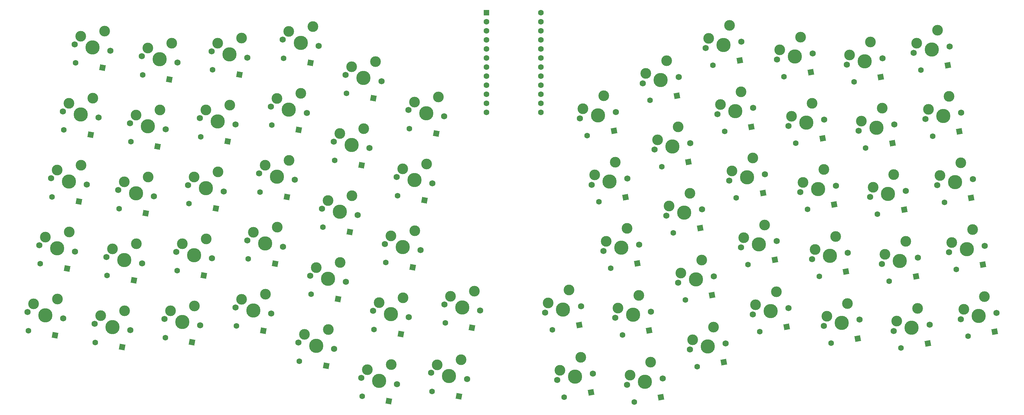
<source format=gts>
%TF.GenerationSoftware,KiCad,Pcbnew,(6.0.8)*%
%TF.CreationDate,2023-03-16T04:40:49+07:00*%
%TF.ProjectId,test,74657374-2e6b-4696-9361-645f70636258,rev?*%
%TF.SameCoordinates,Original*%
%TF.FileFunction,Soldermask,Top*%
%TF.FilePolarity,Negative*%
%FSLAX46Y46*%
G04 Gerber Fmt 4.6, Leading zero omitted, Abs format (unit mm)*
G04 Created by KiCad (PCBNEW (6.0.8)) date 2023-03-16 04:40:49*
%MOMM*%
%LPD*%
G01*
G04 APERTURE LIST*
G04 Aperture macros list*
%AMHorizOval*
0 Thick line with rounded ends*
0 $1 width*
0 $2 $3 position (X,Y) of the first rounded end (center of the circle)*
0 $4 $5 position (X,Y) of the second rounded end (center of the circle)*
0 Add line between two ends*
20,1,$1,$2,$3,$4,$5,0*
0 Add two circle primitives to create the rounded ends*
1,1,$1,$2,$3*
1,1,$1,$4,$5*%
%AMRotRect*
0 Rectangle, with rotation*
0 The origin of the aperture is its center*
0 $1 length*
0 $2 width*
0 $3 Rotation angle, in degrees counterclockwise*
0 Add horizontal line*
21,1,$1,$2,0,0,$3*%
G04 Aperture macros list end*
%ADD10C,1.750000*%
%ADD11C,3.000000*%
%ADD12C,3.987800*%
%ADD13R,1.600000X1.600000*%
%ADD14C,1.600000*%
%ADD15RotRect,1.600000X1.600000X190.000000*%
%ADD16HorizOval,1.600000X0.000000X0.000000X0.000000X0.000000X0*%
%ADD17RotRect,1.600000X1.600000X170.000000*%
%ADD18HorizOval,1.600000X0.000000X0.000000X0.000000X0.000000X0*%
G04 APERTURE END LIST*
D10*
%TO.C,SW61*%
X464738563Y-339336720D03*
D11*
X471360665Y-333010697D03*
X465548202Y-336614775D03*
D10*
X474744209Y-337572454D03*
D12*
X469741386Y-338454587D03*
%TD*%
D10*
%TO.C,SW58*%
X419951045Y-355938711D03*
D11*
X416567501Y-351376954D03*
D10*
X409945399Y-357702977D03*
D11*
X410755038Y-354981032D03*
D12*
X414948222Y-356820844D03*
%TD*%
%TO.C,SW39*%
X269950003Y-320817408D03*
D10*
X264947180Y-319935275D03*
D11*
X273333547Y-316255651D03*
D10*
X274952826Y-321699541D03*
D11*
X266638952Y-317654397D03*
%TD*%
D10*
%TO.C,SW34*%
X450525425Y-309925483D03*
D12*
X445522602Y-310807616D03*
D10*
X440519779Y-311689749D03*
D11*
X447141881Y-305363726D03*
X441329418Y-308967804D03*
%TD*%
D10*
%TO.C,SW1*%
X284876819Y-265417778D03*
D11*
X283257540Y-259973888D03*
X276562945Y-261372634D03*
D12*
X279873996Y-264535645D03*
D10*
X274871173Y-263653512D03*
%TD*%
D11*
%TO.C,SW11*%
X497700808Y-262983916D03*
D10*
X501084352Y-267545673D03*
X491078706Y-269309939D03*
D11*
X491888345Y-266587994D03*
D12*
X496081529Y-268427806D03*
%TD*%
%TO.C,SW25*%
X518117035Y-283692790D03*
D11*
X519736314Y-278248900D03*
D10*
X523119858Y-282810657D03*
X513114212Y-284574923D03*
D11*
X513923851Y-281852978D03*
%TD*%
%TO.C,SW30*%
X345816300Y-307435654D03*
D10*
X344124528Y-309716532D03*
D12*
X349127351Y-310598665D03*
D11*
X352510895Y-306036908D03*
D10*
X354130174Y-311480798D03*
%TD*%
%TO.C,SW10*%
X471491119Y-267927789D03*
D11*
X472300758Y-265205844D03*
D10*
X481496765Y-266163523D03*
D11*
X478113221Y-261601766D03*
D12*
X476493942Y-267045656D03*
%TD*%
D10*
%TO.C,SW56*%
X347514179Y-349001972D03*
D12*
X342511356Y-348119839D03*
D11*
X339200305Y-344956828D03*
D10*
X337508533Y-347237706D03*
D11*
X345894900Y-343558082D03*
%TD*%
D13*
%TO.C,U1*%
X390130000Y-254780000D03*
D14*
X390130000Y-257320000D03*
X390130000Y-259860000D03*
X390130000Y-262400000D03*
X390130000Y-264940000D03*
X390130000Y-267480000D03*
X390130000Y-270020000D03*
X390130000Y-272560000D03*
X390130000Y-275100000D03*
X390130000Y-277640000D03*
X390130000Y-280180000D03*
X390130000Y-282720000D03*
X405370000Y-282720000D03*
X405370000Y-280180000D03*
X405370000Y-277640000D03*
X405370000Y-275100000D03*
X405370000Y-272560000D03*
X405370000Y-270020000D03*
X405370000Y-267480000D03*
X405370000Y-264940000D03*
X405370000Y-262400000D03*
X405370000Y-259860000D03*
X405370000Y-257320000D03*
X405370000Y-254780000D03*
%TD*%
D12*
%TO.C,SW23*%
X479768860Y-285618638D03*
D11*
X475575676Y-283778826D03*
D10*
X484771683Y-284736505D03*
D11*
X481388139Y-280174748D03*
D10*
X474766037Y-286500771D03*
%TD*%
D11*
%TO.C,SW8*%
X434779583Y-271821840D03*
D10*
X443975590Y-272779519D03*
X433969944Y-274543785D03*
D12*
X438972767Y-273661652D03*
D11*
X440592046Y-268217762D03*
%TD*%
D10*
%TO.C,SW60*%
X457141421Y-347446657D03*
D12*
X452138598Y-348328790D03*
D11*
X447945414Y-346488978D03*
X453757877Y-342884900D03*
D10*
X447135775Y-349210923D03*
%TD*%
D12*
%TO.C,SW41*%
X308298178Y-322743257D03*
D10*
X303295355Y-321861124D03*
D11*
X311681722Y-318181500D03*
D10*
X313301001Y-323625390D03*
D11*
X304987127Y-319580246D03*
%TD*%
%TO.C,SW59*%
X430342625Y-356363182D03*
D10*
X429532986Y-359085127D03*
D12*
X434535809Y-358202994D03*
D11*
X436155088Y-352759104D03*
D10*
X439538632Y-357320861D03*
%TD*%
D11*
%TO.C,SW22*%
X461469752Y-276916540D03*
D10*
X464853296Y-281478297D03*
D11*
X455657289Y-280520618D03*
D10*
X454847650Y-283242563D03*
D12*
X459850473Y-282360430D03*
%TD*%
D10*
%TO.C,SW36*%
X478040955Y-305073753D03*
D11*
X478850594Y-302351808D03*
X484663057Y-298747730D03*
D12*
X483043778Y-304191620D03*
D10*
X488046601Y-303309487D03*
%TD*%
D12*
%TO.C,SW49*%
X486351775Y-322952207D03*
D11*
X487971054Y-317508317D03*
X482158591Y-321112395D03*
D10*
X491354598Y-322070074D03*
X481348952Y-323834340D03*
%TD*%
%TO.C,SW43*%
X350822176Y-330241386D03*
D11*
X342508302Y-326196242D03*
X349202897Y-324797496D03*
D12*
X345819353Y-329359253D03*
D10*
X340816530Y-328477120D03*
%TD*%
D11*
%TO.C,SW4*%
X341524102Y-258641529D03*
X334829507Y-260040275D03*
D10*
X333137735Y-262321153D03*
D12*
X338140558Y-263203286D03*
D10*
X343143381Y-264085419D03*
%TD*%
%TO.C,SW26*%
X268255178Y-301174688D03*
D11*
X269946950Y-298893810D03*
X276641545Y-297495064D03*
D10*
X278260824Y-302938954D03*
D12*
X273258001Y-302056821D03*
%TD*%
D10*
%TO.C,SW33*%
X422916991Y-321563952D03*
D11*
X429539093Y-315237929D03*
D10*
X432922637Y-319799686D03*
D11*
X423726630Y-318842007D03*
D12*
X427919814Y-320681819D03*
%TD*%
D11*
%TO.C,SW62*%
X485466589Y-339872982D03*
D10*
X484656950Y-342594927D03*
D11*
X491279052Y-336268904D03*
D12*
X489659773Y-341712794D03*
D10*
X494662596Y-340830661D03*
%TD*%
D11*
%TO.C,SW29*%
X334908106Y-296162704D03*
D10*
X336527385Y-301606594D03*
D11*
X328213511Y-297561450D03*
D10*
X326521739Y-299842328D03*
D12*
X331524562Y-300724461D03*
%TD*%
D10*
%TO.C,SW64*%
X533010771Y-338904813D03*
D11*
X523814764Y-337947134D03*
X529627227Y-334343056D03*
D12*
X528007948Y-339786946D03*
D10*
X523005125Y-340669079D03*
%TD*%
%TO.C,SW47*%
X443827777Y-330450335D03*
D12*
X448830600Y-329568202D03*
D11*
X450449879Y-324124312D03*
X444637416Y-327728390D03*
D10*
X453833423Y-328686069D03*
%TD*%
D11*
%TO.C,SW55*%
X321597516Y-335082625D03*
D10*
X329911390Y-339127769D03*
X319905744Y-337363503D03*
D12*
X324908567Y-338245636D03*
D11*
X328292111Y-333683879D03*
%TD*%
%TO.C,SW40*%
X292094135Y-319563649D03*
D10*
X283707768Y-323243273D03*
D12*
X288710591Y-324125406D03*
D10*
X293713414Y-325007539D03*
D11*
X285399540Y-320962395D03*
%TD*%
%TO.C,SW37*%
X498438181Y-303733957D03*
D10*
X497628542Y-306455902D03*
D12*
X502631365Y-305573769D03*
D11*
X504250644Y-300129879D03*
D10*
X507634188Y-304691636D03*
%TD*%
D12*
%TO.C,SW27*%
X292018588Y-305364819D03*
D11*
X295402132Y-300803062D03*
D10*
X287015765Y-304482686D03*
D11*
X288707537Y-302201808D03*
D10*
X297021411Y-306246952D03*
%TD*%
D11*
%TO.C,SW3*%
X314911120Y-263298483D03*
D12*
X318222171Y-266461494D03*
D10*
X323224994Y-267343627D03*
X313219348Y-265579361D03*
D11*
X321605715Y-261899737D03*
%TD*%
D12*
%TO.C,SW35*%
X463125391Y-300933412D03*
D10*
X468128214Y-300051279D03*
D11*
X464744670Y-295489522D03*
D10*
X458122568Y-301815545D03*
D11*
X458932207Y-299093600D03*
%TD*%
D10*
%TO.C,SW46*%
X426224989Y-340324539D03*
D12*
X431227812Y-339442406D03*
D10*
X436230635Y-338560273D03*
D11*
X427034628Y-337602594D03*
X432847091Y-333998516D03*
%TD*%
D12*
%TO.C,SW15*%
X314914173Y-285222082D03*
D10*
X319916996Y-286104215D03*
X309911350Y-284339949D03*
D11*
X311603122Y-282059071D03*
X318297717Y-280660325D03*
%TD*%
D12*
%TO.C,SW38*%
X521391953Y-302265771D03*
D10*
X526394776Y-301383638D03*
D11*
X523011232Y-296821881D03*
X517198769Y-300425959D03*
D10*
X516389130Y-303147904D03*
%TD*%
%TO.C,SW6*%
X378348958Y-283833826D03*
D12*
X373346135Y-282951693D03*
D10*
X368343312Y-282069560D03*
D11*
X370035084Y-279788682D03*
X376729679Y-278389936D03*
%TD*%
%TO.C,SW63*%
X510866639Y-337651054D03*
D10*
X514250183Y-342212811D03*
X504244537Y-343977077D03*
D11*
X505054176Y-341255132D03*
D12*
X509247360Y-343094944D03*
%TD*%
%TO.C,SW32*%
X411623684Y-337966454D03*
D11*
X407430500Y-336126642D03*
D10*
X406620861Y-338848587D03*
X416626507Y-337084321D03*
D11*
X413242963Y-332522564D03*
%TD*%
%TO.C,SW57*%
X363497688Y-353432286D03*
D10*
X365116967Y-358876176D03*
D12*
X360114144Y-357994043D03*
D10*
X355111321Y-357111910D03*
D11*
X356803093Y-354831032D03*
%TD*%
D10*
%TO.C,SW44*%
X358419319Y-338351323D03*
X368424965Y-340115589D03*
D11*
X360111091Y-336070445D03*
X366805686Y-334671699D03*
D12*
X363422142Y-339233456D03*
%TD*%
D11*
%TO.C,SW52*%
X263330954Y-336414984D03*
D10*
X261639182Y-338695862D03*
D11*
X270025549Y-335016238D03*
D12*
X266642005Y-339577995D03*
D10*
X271644828Y-340460128D03*
%TD*%
D11*
%TO.C,SW24*%
X500975726Y-281556897D03*
D10*
X504359270Y-286118654D03*
D12*
X499356447Y-287000787D03*
D10*
X494353624Y-287882920D03*
D11*
X495163263Y-285160975D03*
%TD*%
%TO.C,SW19*%
X386765460Y-332845430D03*
D12*
X383381916Y-337407187D03*
D10*
X378379093Y-336525054D03*
X388384739Y-338289320D03*
D11*
X380070865Y-334244176D03*
%TD*%
%TO.C,SW2*%
X302018128Y-263281886D03*
X295323533Y-264680632D03*
D10*
X303637407Y-268725776D03*
X293631761Y-266961510D03*
D12*
X298634584Y-267843643D03*
%TD*%
D11*
%TO.C,SW18*%
X366727086Y-298549270D03*
D12*
X370038137Y-301712281D03*
D10*
X375040960Y-302594414D03*
X365035314Y-300830148D03*
D11*
X373421681Y-297150524D03*
%TD*%
D10*
%TO.C,SW16*%
X329829737Y-281081741D03*
X339835383Y-282846007D03*
D11*
X331521509Y-278800863D03*
D12*
X334832560Y-281963874D03*
D11*
X338216104Y-277402117D03*
%TD*%
D10*
%TO.C,SW48*%
X471436211Y-318811866D03*
D11*
X468052667Y-314250109D03*
X462240204Y-317854187D03*
D12*
X466433388Y-319693999D03*
D10*
X461430565Y-320576132D03*
%TD*%
D11*
%TO.C,SW14*%
X298710130Y-282042474D03*
X292015535Y-283441220D03*
D10*
X300329409Y-287486364D03*
X290323763Y-285722098D03*
D12*
X295326586Y-286604231D03*
%TD*%
D11*
%TO.C,SW53*%
X282091542Y-339722982D03*
D10*
X290405416Y-343768126D03*
D12*
X285402593Y-342885993D03*
D11*
X288786137Y-338324236D03*
D10*
X280399770Y-342003860D03*
%TD*%
%TO.C,SW12*%
X519844940Y-264237675D03*
D11*
X510648933Y-263279996D03*
D10*
X509839294Y-266001941D03*
D11*
X516461396Y-259675918D03*
D12*
X514842117Y-265119808D03*
%TD*%
D11*
%TO.C,SW54*%
X308373724Y-336942087D03*
D12*
X304990180Y-341503844D03*
D11*
X301679129Y-338340833D03*
D10*
X309993003Y-342385977D03*
X299987357Y-340621711D03*
%TD*%
%TO.C,SW20*%
X429647719Y-301226704D03*
D11*
X426264175Y-296664947D03*
X420451712Y-300269025D03*
D12*
X424644896Y-302108837D03*
D10*
X419642073Y-302990970D03*
%TD*%
%TO.C,SW5*%
X360746170Y-273959623D03*
X350740524Y-272195357D03*
D11*
X359126891Y-268515733D03*
D12*
X355743347Y-273077490D03*
D11*
X352432296Y-269914479D03*
%TD*%
D10*
%TO.C,SW17*%
X347432526Y-290955944D03*
D11*
X349124298Y-288675066D03*
X355818893Y-287276320D03*
D10*
X357438172Y-292720210D03*
D12*
X352435349Y-291838077D03*
%TD*%
D10*
%TO.C,SW28*%
X306603353Y-303100536D03*
D12*
X311606176Y-303982669D03*
D10*
X316608999Y-304864802D03*
D11*
X308295125Y-300819658D03*
X314989720Y-299420912D03*
%TD*%
%TO.C,SW7*%
X417176794Y-281696043D03*
X422989257Y-278091965D03*
D10*
X416367155Y-284417988D03*
D12*
X421369978Y-283535855D03*
D10*
X426372801Y-282653722D03*
%TD*%
%TO.C,SW45*%
X384704554Y-357494027D03*
D12*
X379701731Y-356611894D03*
D11*
X376390680Y-353448883D03*
X383085275Y-352050137D03*
D10*
X374698908Y-355729761D03*
%TD*%
%TO.C,SW9*%
X451572732Y-264669582D03*
D12*
X456575555Y-263787449D03*
D11*
X452382371Y-261947637D03*
D10*
X461578378Y-262905316D03*
D11*
X458194834Y-258343559D03*
%TD*%
%TO.C,SW13*%
X273254947Y-280133222D03*
D12*
X276565998Y-283296233D03*
D11*
X279949542Y-278734476D03*
D10*
X281568821Y-284178366D03*
X271563175Y-282414100D03*
%TD*%
%TO.C,SW21*%
X447250508Y-291352501D03*
D11*
X443866964Y-286790744D03*
D12*
X442247685Y-292234634D03*
D10*
X437244862Y-293116767D03*
D11*
X438054501Y-290394822D03*
%TD*%
D10*
%TO.C,SW51*%
X519697127Y-321908491D03*
D11*
X520506766Y-319186546D03*
D12*
X524699950Y-321026358D03*
D11*
X526319229Y-315582468D03*
D10*
X529702773Y-320144225D03*
%TD*%
%TO.C,SW42*%
X333219388Y-320367182D03*
D11*
X331600109Y-314923292D03*
D12*
X328216565Y-319485049D03*
D10*
X323213742Y-318602916D03*
D11*
X324905514Y-316322038D03*
%TD*%
D10*
%TO.C,SW50*%
X500936540Y-325216489D03*
D12*
X505939363Y-324334356D03*
D11*
X501746179Y-322494544D03*
D10*
X510942186Y-323452223D03*
D11*
X507558642Y-318890466D03*
%TD*%
%TO.C,SW31*%
X370113683Y-315911111D03*
D12*
X366730139Y-320472868D03*
D10*
X361727316Y-319590735D03*
X371732962Y-321355001D03*
D11*
X363419088Y-317309857D03*
%TD*%
D15*
%TO.C,D48*%
X470940916Y-324065183D03*
D16*
X463436681Y-325388382D03*
%TD*%
D15*
%TO.C,D32*%
X416131212Y-342337638D03*
D16*
X408626977Y-343660837D03*
%TD*%
D17*
%TO.C,D55*%
X327649225Y-343894871D03*
D18*
X320144990Y-342571672D03*
%TD*%
D17*
%TO.C,D17*%
X355176006Y-297487312D03*
D18*
X347671771Y-296164113D03*
%TD*%
D15*
%TO.C,D22*%
X464358001Y-286731614D03*
D16*
X456853766Y-288054813D03*
%TD*%
D17*
%TO.C,D57*%
X362854801Y-363643278D03*
D18*
X355350566Y-362320079D03*
%TD*%
D17*
%TO.C,D14*%
X298067244Y-292253466D03*
D18*
X290563009Y-290930267D03*
%TD*%
D17*
%TO.C,D18*%
X372778795Y-307361515D03*
D18*
X365274560Y-306038316D03*
%TD*%
D15*
%TO.C,D58*%
X419455750Y-361192029D03*
D16*
X411951515Y-362515228D03*
%TD*%
D17*
%TO.C,D19*%
X386122573Y-343056422D03*
D18*
X378618338Y-341733223D03*
%TD*%
D15*
%TO.C,D46*%
X435735339Y-343813590D03*
D16*
X428231104Y-345136789D03*
%TD*%
D17*
%TO.C,D41*%
X311038835Y-328392492D03*
D18*
X303534600Y-327069293D03*
%TD*%
D15*
%TO.C,D60*%
X456646125Y-352699974D03*
D16*
X449141890Y-354023173D03*
%TD*%
D15*
%TO.C,D47*%
X453338128Y-333939386D03*
D16*
X445833893Y-335262585D03*
%TD*%
D15*
%TO.C,D59*%
X439043337Y-362574178D03*
D16*
X431539102Y-363897377D03*
%TD*%
D15*
%TO.C,D51*%
X529207478Y-325397542D03*
D16*
X521703243Y-326720741D03*
%TD*%
D17*
%TO.C,D45*%
X382442389Y-362261128D03*
D18*
X374938154Y-360937929D03*
%TD*%
D15*
%TO.C,D49*%
X490859303Y-327323391D03*
D16*
X483355068Y-328646590D03*
%TD*%
D15*
%TO.C,D35*%
X467632919Y-305304596D03*
D16*
X460128684Y-306627795D03*
%TD*%
D15*
%TO.C,D50*%
X510446890Y-328705540D03*
D16*
X502942655Y-330028739D03*
%TD*%
D17*
%TO.C,D31*%
X369470797Y-326122103D03*
D18*
X361966562Y-324798904D03*
%TD*%
D15*
%TO.C,D37*%
X507138893Y-309944953D03*
D16*
X499634658Y-311268152D03*
%TD*%
D17*
%TO.C,D2*%
X301375241Y-273492878D03*
D18*
X293871006Y-272169679D03*
%TD*%
D15*
%TO.C,D12*%
X519349645Y-269490992D03*
D16*
X511845410Y-270814191D03*
%TD*%
D15*
%TO.C,D63*%
X513754888Y-347466128D03*
D16*
X506250653Y-348789327D03*
%TD*%
D15*
%TO.C,D20*%
X429152424Y-306480021D03*
D16*
X421648189Y-307803220D03*
%TD*%
D15*
%TO.C,D24*%
X503863975Y-291371972D03*
D16*
X496359740Y-292695171D03*
%TD*%
D17*
%TO.C,D27*%
X294759246Y-311014053D03*
D18*
X287255011Y-309690854D03*
%TD*%
D17*
%TO.C,D52*%
X269382663Y-345227230D03*
D18*
X261878428Y-343904031D03*
%TD*%
D15*
%TO.C,D9*%
X461083083Y-268158633D03*
D16*
X453578848Y-269481832D03*
%TD*%
D17*
%TO.C,D3*%
X320962829Y-272110729D03*
D18*
X313458594Y-270787530D03*
%TD*%
D15*
%TO.C,D25*%
X522624562Y-288063974D03*
D16*
X515120327Y-289387173D03*
%TD*%
D15*
%TO.C,D33*%
X432427342Y-325053003D03*
D16*
X424923107Y-326376202D03*
%TD*%
D17*
%TO.C,D15*%
X317654831Y-290871316D03*
D18*
X310150596Y-289548117D03*
%TD*%
D17*
%TO.C,D28*%
X314346833Y-309631904D03*
D18*
X306842598Y-308308705D03*
%TD*%
D17*
%TO.C,D29*%
X334265220Y-306373696D03*
D18*
X326760985Y-305050497D03*
%TD*%
D15*
%TO.C,D38*%
X525899480Y-306636956D03*
D16*
X518395245Y-307960155D03*
%TD*%
D15*
%TO.C,D23*%
X484276388Y-289989822D03*
D16*
X476772153Y-291313021D03*
%TD*%
D15*
%TO.C,D11*%
X500589057Y-272798990D03*
D16*
X493084822Y-274122189D03*
%TD*%
D17*
%TO.C,D6*%
X376086792Y-288600928D03*
D18*
X368582557Y-287277729D03*
%TD*%
D17*
%TO.C,D39*%
X272690660Y-326466643D03*
D18*
X265186425Y-325143444D03*
%TD*%
D15*
%TO.C,D64*%
X532515476Y-344158130D03*
D16*
X525011241Y-345481329D03*
%TD*%
D15*
%TO.C,D62*%
X494167301Y-346083979D03*
D16*
X486663066Y-347407178D03*
%TD*%
D17*
%TO.C,D40*%
X291451248Y-329774641D03*
D18*
X283947013Y-328451442D03*
%TD*%
D15*
%TO.C,D36*%
X487551305Y-308562804D03*
D16*
X480047070Y-309886003D03*
%TD*%
D17*
%TO.C,D16*%
X337573218Y-287613109D03*
D18*
X330068983Y-286289910D03*
%TD*%
D15*
%TO.C,D8*%
X443480294Y-278032836D03*
D16*
X435976059Y-279356035D03*
%TD*%
D15*
%TO.C,D10*%
X481001470Y-271416841D03*
D16*
X473497235Y-272740040D03*
%TD*%
D17*
%TO.C,D42*%
X330957222Y-325134284D03*
D18*
X323452987Y-323811085D03*
%TD*%
D17*
%TO.C,D44*%
X366162799Y-344882691D03*
D18*
X358658564Y-343559492D03*
%TD*%
D17*
%TO.C,D5*%
X358484004Y-278726724D03*
D18*
X350979769Y-277403525D03*
%TD*%
D17*
%TO.C,D26*%
X275998658Y-307706055D03*
D18*
X268494423Y-306382856D03*
%TD*%
D17*
%TO.C,D30*%
X351868008Y-316247900D03*
D18*
X344363773Y-314924701D03*
%TD*%
D15*
%TO.C,D21*%
X446755212Y-296605818D03*
D16*
X439250977Y-297929017D03*
%TD*%
D15*
%TO.C,D61*%
X474248914Y-342825771D03*
D16*
X466744679Y-344148970D03*
%TD*%
D17*
%TO.C,D43*%
X348560011Y-335008487D03*
D18*
X341055776Y-333685288D03*
%TD*%
D15*
%TO.C,D34*%
X450030130Y-315178800D03*
D16*
X442525895Y-316501999D03*
%TD*%
D17*
%TO.C,D4*%
X340881215Y-268852521D03*
D18*
X333376980Y-267529322D03*
%TD*%
D15*
%TO.C,D7*%
X425877506Y-287907040D03*
D16*
X418373271Y-289230239D03*
%TD*%
D17*
%TO.C,D1*%
X282614654Y-270184880D03*
D18*
X275110419Y-268861681D03*
%TD*%
D17*
%TO.C,D54*%
X307730838Y-347153079D03*
D18*
X300226603Y-345829880D03*
%TD*%
D17*
%TO.C,D53*%
X288143250Y-348535228D03*
D18*
X280639015Y-347212029D03*
%TD*%
D17*
%TO.C,D56*%
X345252013Y-353769074D03*
D18*
X337747778Y-352445875D03*
%TD*%
D17*
%TO.C,D13*%
X279306656Y-288945468D03*
D18*
X271802421Y-287622269D03*
%TD*%
M02*

</source>
